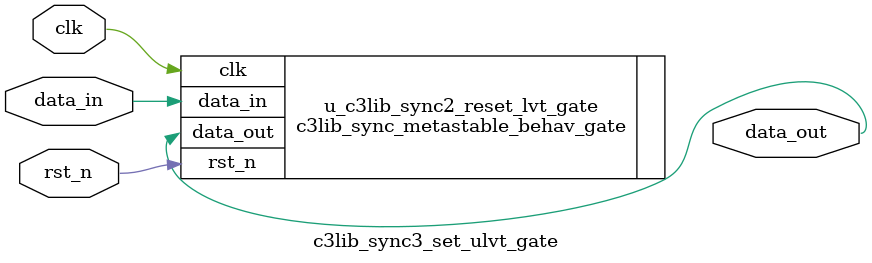
<source format=sv>

module  c3lib_sync3_set_ulvt_gate ( 

  clk, 
  rst_n, 
  data_in,
  data_out

  ); 

input	clk; 
input	rst_n; 
input 	data_in;
output	data_out;

  c3lib_sync_metastable_behav_gate #(

    .RESET_VAL	( 1 ),
    .SYNC_STAGES( 3 )

  ) u_c3lib_sync2_reset_lvt_gate ( 

    .clk	( clk      ),
    .rst_n	( rst_n    ),
    .data_in	( data_in  ),
    .data_out	( data_out )

  );

endmodule 


</source>
